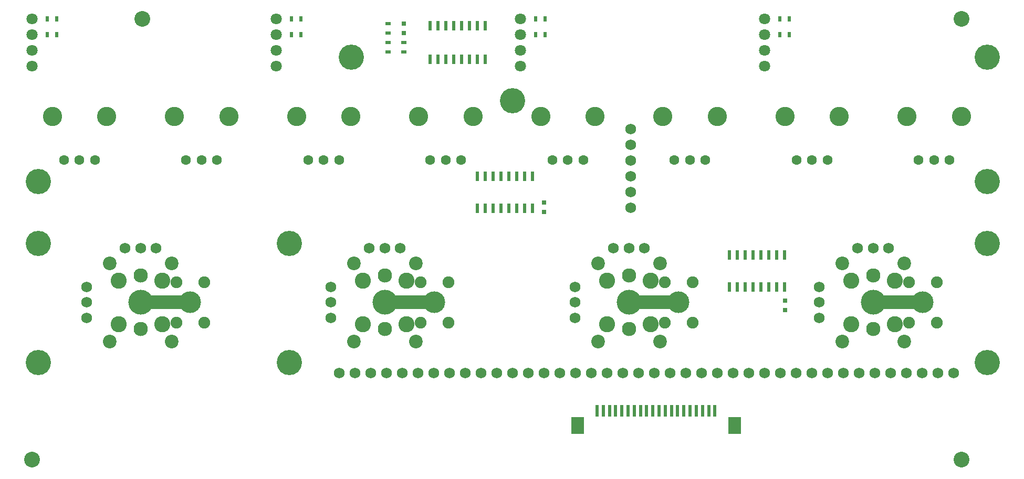
<source format=gbr>
G04 #@! TF.FileFunction,Soldermask,Top*
%FSLAX46Y46*%
G04 Gerber Fmt 4.6, Leading zero omitted, Abs format (unit mm)*
G04 Created by KiCad (PCBNEW 4.0.4-stable) date 08/15/17 17:17:09*
%MOMM*%
%LPD*%
G01*
G04 APERTURE LIST*
%ADD10C,0.100000*%
%ADD11C,4.064000*%
%ADD12C,2.540000*%
%ADD13C,1.727200*%
%ADD14R,0.750000X0.800000*%
%ADD15R,0.600000X1.500000*%
%ADD16C,4.000000*%
%ADD17C,2.600000*%
%ADD18C,3.500000*%
%ADD19R,8.000000X2.200000*%
%ADD20C,2.200000*%
%ADD21C,1.900000*%
%ADD22C,2.300000*%
%ADD23R,0.600000X1.900000*%
%ADD24R,2.100000X2.800000*%
%ADD25R,0.900000X0.500000*%
%ADD26R,0.500000X0.900000*%
%ADD27R,0.550000X1.500000*%
%ADD28C,1.800000*%
%ADD29C,3.100000*%
%ADD30C,1.600000*%
G04 APERTURE END LIST*
D10*
D11*
X80000000Y45220000D03*
X3500000Y32220000D03*
X156500000Y32220000D03*
D12*
X2540000Y-12700000D03*
D11*
X156500000Y3000000D03*
X44000000Y3000000D03*
X3500000Y3000000D03*
D13*
X77470000Y1270000D03*
X102870000Y1270000D03*
X59690000Y1270000D03*
X52070000Y1270000D03*
X54610000Y1270000D03*
X57150000Y1270000D03*
X62230000Y1270000D03*
X72390000Y1270000D03*
X64770000Y1270000D03*
X67310000Y1270000D03*
X69850000Y1270000D03*
X74930000Y1270000D03*
X85090000Y1270000D03*
X77470000Y1270000D03*
X80010000Y1270000D03*
X82550000Y1270000D03*
X87630000Y1270000D03*
X97790000Y1270000D03*
X90170000Y1270000D03*
X92710000Y1270000D03*
X95250000Y1270000D03*
X100330000Y1270000D03*
X110490000Y1270000D03*
X102870000Y1270000D03*
X105410000Y1270000D03*
X107950000Y1270000D03*
X113030000Y1270000D03*
X123190000Y1270000D03*
X115570000Y1270000D03*
X118110000Y1270000D03*
X120650000Y1270000D03*
X125730000Y1270000D03*
X135890000Y1270000D03*
X128270000Y1270000D03*
X130810000Y1270000D03*
X133350000Y1270000D03*
X138430000Y1270000D03*
X148590000Y1270000D03*
X140970000Y1270000D03*
X143510000Y1270000D03*
X146050000Y1270000D03*
X151130000Y1270000D03*
D14*
X123952000Y12942000D03*
X123952000Y11442000D03*
D15*
X123825000Y15180000D03*
X123825000Y20380000D03*
X122555000Y15180000D03*
X122555000Y20380000D03*
X121285000Y15180000D03*
X121285000Y20380000D03*
X120015000Y15180000D03*
X120015000Y20380000D03*
X118745000Y15180000D03*
X118745000Y20380000D03*
X117475000Y15180000D03*
X117475000Y20380000D03*
X116205000Y15180000D03*
X116205000Y20380000D03*
X114935000Y15180000D03*
X114935000Y20380000D03*
D11*
X3500000Y22220000D03*
D12*
X20320000Y58420000D03*
X152400000Y-12700000D03*
D11*
X156500000Y22220000D03*
X156500000Y52220000D03*
D12*
X152400000Y58420000D03*
D11*
X54000000Y52220000D03*
X44000000Y22220000D03*
D16*
X98742500Y12700000D03*
D17*
X95242500Y16200000D03*
X95242500Y9200000D03*
X102242500Y9200000D03*
X102242500Y16200000D03*
D18*
X106742500Y12700000D03*
D19*
X102742500Y12700000D03*
D20*
X93742500Y6375000D03*
X93742500Y19025000D03*
X103742500Y6375000D03*
X103742500Y19025000D03*
D13*
X90012500Y12700000D03*
X90012500Y15200000D03*
X90012500Y10200000D03*
D21*
X104492500Y9450000D03*
X108992500Y9450000D03*
X104492500Y15950000D03*
X108992500Y15950000D03*
D22*
X98742500Y8400000D03*
X98742500Y17000000D03*
D13*
X98742500Y21430000D03*
X101242500Y21430000D03*
X96242500Y21430000D03*
D16*
X138112500Y12700000D03*
D17*
X134612500Y16200000D03*
X134612500Y9200000D03*
X141612500Y9200000D03*
X141612500Y16200000D03*
D18*
X146112500Y12700000D03*
D19*
X142112500Y12700000D03*
D20*
X133112500Y6375000D03*
X133112500Y19025000D03*
X143112500Y6375000D03*
X143112500Y19025000D03*
D13*
X129382500Y12700000D03*
X129382500Y15200000D03*
X129382500Y10200000D03*
D21*
X143862500Y9450000D03*
X148362500Y9450000D03*
X143862500Y15950000D03*
X148362500Y15950000D03*
D22*
X138112500Y8400000D03*
X138112500Y17000000D03*
D13*
X138112500Y21430000D03*
X140612500Y21430000D03*
X135612500Y21430000D03*
D16*
X20002500Y12700000D03*
D17*
X16502500Y16200000D03*
X16502500Y9200000D03*
X23502500Y9200000D03*
X23502500Y16200000D03*
D18*
X28002500Y12700000D03*
D19*
X24002500Y12700000D03*
D20*
X15002500Y6375000D03*
X15002500Y19025000D03*
X25002500Y6375000D03*
X25002500Y19025000D03*
D13*
X11272500Y12700000D03*
X11272500Y15200000D03*
X11272500Y10200000D03*
D21*
X25752500Y9450000D03*
X30252500Y9450000D03*
X25752500Y15950000D03*
X30252500Y15950000D03*
D22*
X20002500Y8400000D03*
X20002500Y17000000D03*
D13*
X20002500Y21430000D03*
X22502500Y21430000D03*
X17502500Y21430000D03*
D16*
X59372500Y12700000D03*
D17*
X55872500Y16200000D03*
X55872500Y9200000D03*
X62872500Y9200000D03*
X62872500Y16200000D03*
D18*
X67372500Y12700000D03*
D19*
X63372500Y12700000D03*
D20*
X54372500Y6375000D03*
X54372500Y19025000D03*
X64372500Y6375000D03*
X64372500Y19025000D03*
D13*
X50642500Y12700000D03*
X50642500Y15200000D03*
X50642500Y10200000D03*
D21*
X65122500Y9450000D03*
X69622500Y9450000D03*
X65122500Y15950000D03*
X69622500Y15950000D03*
D22*
X59372500Y8400000D03*
X59372500Y17000000D03*
D13*
X59372500Y21430000D03*
X61872500Y21430000D03*
X56872500Y21430000D03*
D23*
X93600000Y-4826000D03*
X94600000Y-4826000D03*
X95600000Y-4826000D03*
X96600000Y-4826000D03*
X97600000Y-4826000D03*
X98600000Y-4826000D03*
X99600000Y-4826000D03*
X100600000Y-4826000D03*
X101600000Y-4826000D03*
X102600000Y-4826000D03*
X103600000Y-4826000D03*
X104600000Y-4826000D03*
X105600000Y-4826000D03*
X106600000Y-4826000D03*
X107600000Y-4826000D03*
X108600000Y-4826000D03*
D24*
X115750000Y-7176000D03*
X90450000Y-7176000D03*
D23*
X109600000Y-4826000D03*
X110600000Y-4826000D03*
X111600000Y-4826000D03*
X112600000Y-4826000D03*
D14*
X85090000Y28805000D03*
X85090000Y27305000D03*
X62484000Y56146000D03*
X62484000Y57646000D03*
D25*
X59944000Y54598000D03*
X59944000Y53098000D03*
D26*
X6465000Y55880000D03*
X4965000Y55880000D03*
X45835000Y55880000D03*
X44335000Y55880000D03*
X85205000Y55880000D03*
X83705000Y55880000D03*
X124575000Y55880000D03*
X123075000Y55880000D03*
D25*
X59944000Y56146000D03*
X59944000Y57646000D03*
D26*
X6465000Y58420000D03*
X4965000Y58420000D03*
X45835000Y58420000D03*
X44335000Y58420000D03*
X85205000Y58420000D03*
X83705000Y58420000D03*
X124575000Y58420000D03*
X123075000Y58420000D03*
D25*
X62484000Y54598000D03*
X62484000Y53098000D03*
D15*
X83185000Y27880000D03*
X83185000Y33080000D03*
X81915000Y27880000D03*
X81915000Y33080000D03*
X80645000Y27880000D03*
X80645000Y33080000D03*
X79375000Y27880000D03*
X79375000Y33080000D03*
X78105000Y27880000D03*
X78105000Y33080000D03*
X76835000Y27880000D03*
X76835000Y33080000D03*
X75565000Y27880000D03*
X75565000Y33080000D03*
X74295000Y27880000D03*
X74295000Y33080000D03*
D27*
X66675000Y57310000D03*
X66675000Y51910000D03*
X67945000Y57310000D03*
X67945000Y51910000D03*
X69215000Y57310000D03*
X69215000Y51910000D03*
X70485000Y57310000D03*
X70485000Y51910000D03*
X71755000Y57310000D03*
X71755000Y51910000D03*
X73025000Y57310000D03*
X73025000Y51910000D03*
X74295000Y57310000D03*
X74295000Y51910000D03*
X75565000Y57310000D03*
X75565000Y51910000D03*
D28*
X2540000Y50800000D03*
X2540000Y53340000D03*
X2540000Y55880000D03*
X2540000Y58420000D03*
X41910000Y50800000D03*
X41910000Y53340000D03*
X41910000Y55880000D03*
X41910000Y58420000D03*
X81280000Y50800000D03*
X81280000Y53340000D03*
X81280000Y55880000D03*
X81280000Y58420000D03*
X120650000Y50800000D03*
X120650000Y53340000D03*
X120650000Y55880000D03*
X120650000Y58420000D03*
D29*
X143560800Y42700000D03*
X152349200Y42700000D03*
D30*
X145455000Y35689600D03*
X147955000Y35689600D03*
X150455000Y35689600D03*
D29*
X123875800Y42700000D03*
X132664200Y42700000D03*
D30*
X125770000Y35689600D03*
X128270000Y35689600D03*
X130770000Y35689600D03*
D29*
X104190800Y42700000D03*
X112979200Y42700000D03*
D30*
X106085000Y35689600D03*
X108585000Y35689600D03*
X111085000Y35689600D03*
D29*
X84505800Y42700000D03*
X93294200Y42700000D03*
D30*
X86400000Y35689600D03*
X88900000Y35689600D03*
X91400000Y35689600D03*
D29*
X64820800Y42700000D03*
X73609200Y42700000D03*
D30*
X66715000Y35689600D03*
X69215000Y35689600D03*
X71715000Y35689600D03*
D29*
X45135800Y42700000D03*
X53924200Y42700000D03*
D30*
X47030000Y35689600D03*
X49530000Y35689600D03*
X52030000Y35689600D03*
D29*
X25450800Y42700000D03*
X34239200Y42700000D03*
D30*
X27345000Y35689600D03*
X29845000Y35689600D03*
X32345000Y35689600D03*
D29*
X5765800Y42700000D03*
X14554200Y42700000D03*
D30*
X7660000Y35689600D03*
X10160000Y35689600D03*
X12660000Y35689600D03*
D13*
X99060000Y38100000D03*
X99060000Y27940000D03*
X99060000Y30480000D03*
X99060000Y33020000D03*
X99060000Y35560000D03*
X99060000Y40640000D03*
M02*

</source>
